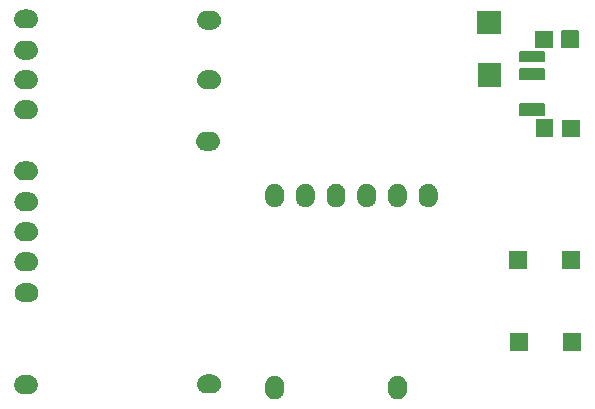
<source format=gbr>
%TF.GenerationSoftware,KiCad,Pcbnew,9.0.3*%
%TF.CreationDate,2025-08-13T01:08:13-07:00*%
%TF.ProjectId,TGslimeblahbal,5447736c-696d-4656-926c-616862616c2e,rev?*%
%TF.SameCoordinates,Original*%
%TF.FileFunction,Soldermask,Top*%
%TF.FilePolarity,Negative*%
%FSLAX46Y46*%
G04 Gerber Fmt 4.6, Leading zero omitted, Abs format (unit mm)*
G04 Created by KiCad (PCBNEW 9.0.3) date 2025-08-13 01:08:13*
%MOMM*%
%LPD*%
G01*
G04 APERTURE LIST*
%ADD10C,0.200000*%
%ADD11C,0.000000*%
G04 APERTURE END LIST*
D10*
X163850000Y-65290000D02*
X165870000Y-65290000D01*
X165870000Y-66180000D01*
X163850000Y-66180000D01*
X163850000Y-65290000D01*
G36*
X163850000Y-65290000D02*
G01*
X165870000Y-65290000D01*
X165870000Y-66180000D01*
X163850000Y-66180000D01*
X163850000Y-65290000D01*
G37*
X163860000Y-62290000D02*
X165870000Y-62290000D01*
X165870000Y-63120000D01*
X163860000Y-63120000D01*
X163860000Y-62290000D01*
G36*
X163860000Y-62290000D02*
G01*
X165870000Y-62290000D01*
X165870000Y-63120000D01*
X163860000Y-63120000D01*
X163860000Y-62290000D01*
G37*
X163850000Y-60810000D02*
X165890000Y-60810000D01*
X165890000Y-61620000D01*
X163850000Y-61620000D01*
X163850000Y-60810000D01*
G36*
X163850000Y-60810000D02*
G01*
X165890000Y-60810000D01*
X165890000Y-61620000D01*
X163850000Y-61620000D01*
X163850000Y-60810000D01*
G37*
D11*
G36*
X137678410Y-67603850D02*
G01*
X137756070Y-67615370D01*
X137832230Y-67634450D01*
X137906150Y-67660900D01*
X137977120Y-67694460D01*
X138044460Y-67734820D01*
X138107510Y-67781590D01*
X138165690Y-67834310D01*
X138218410Y-67892490D01*
X138265180Y-67955540D01*
X138305540Y-68022880D01*
X138339100Y-68093850D01*
X138365550Y-68167770D01*
X138384630Y-68243930D01*
X138396150Y-68321590D01*
X138400000Y-68400000D01*
X138396150Y-68478410D01*
X138384630Y-68556070D01*
X138365550Y-68632230D01*
X138339100Y-68706150D01*
X138305540Y-68777120D01*
X138265180Y-68844460D01*
X138218410Y-68907510D01*
X138165690Y-68965690D01*
X138107510Y-69018410D01*
X138044460Y-69065180D01*
X137977120Y-69105540D01*
X137906150Y-69139100D01*
X137832230Y-69165550D01*
X137756070Y-69184630D01*
X137678410Y-69196150D01*
X137600000Y-69200000D01*
X137400000Y-69200000D01*
X137200000Y-69200000D01*
X137121590Y-69196150D01*
X137043930Y-69184630D01*
X136967770Y-69165550D01*
X136893850Y-69139100D01*
X136822880Y-69105540D01*
X136755540Y-69065180D01*
X136692490Y-69018410D01*
X136634310Y-68965690D01*
X136581590Y-68907510D01*
X136534820Y-68844460D01*
X136494460Y-68777120D01*
X136460900Y-68706150D01*
X136434450Y-68632230D01*
X136415370Y-68556070D01*
X136403850Y-68478410D01*
X136400000Y-68400000D01*
X136403850Y-68321590D01*
X136415370Y-68243930D01*
X136434450Y-68167770D01*
X136460900Y-68093850D01*
X136494460Y-68022880D01*
X136534820Y-67955540D01*
X136581590Y-67892490D01*
X136634310Y-67834310D01*
X136692490Y-67781590D01*
X136755540Y-67734820D01*
X136822880Y-67694460D01*
X136893850Y-67660900D01*
X136967770Y-67634450D01*
X137043930Y-67615370D01*
X137121590Y-67603850D01*
X137200000Y-67600000D01*
X137600000Y-67600000D01*
X137678410Y-67603850D01*
G37*
G36*
X122294434Y-75262704D02*
G01*
X122372094Y-75274224D01*
X122448254Y-75293304D01*
X122522174Y-75319754D01*
X122593144Y-75353314D01*
X122660484Y-75393674D01*
X122723534Y-75440444D01*
X122781714Y-75493164D01*
X122834434Y-75551344D01*
X122881204Y-75614394D01*
X122921564Y-75681734D01*
X122955124Y-75752704D01*
X122981574Y-75826624D01*
X123000654Y-75902784D01*
X123012174Y-75980444D01*
X123016024Y-76058854D01*
X123012174Y-76137264D01*
X123000654Y-76214924D01*
X122981574Y-76291084D01*
X122955124Y-76365004D01*
X122921564Y-76435974D01*
X122881204Y-76503314D01*
X122834434Y-76566364D01*
X122781714Y-76624544D01*
X122723534Y-76677264D01*
X122660484Y-76724034D01*
X122593144Y-76764394D01*
X122522174Y-76797954D01*
X122448254Y-76824404D01*
X122372094Y-76843484D01*
X122294434Y-76855004D01*
X122216024Y-76858854D01*
X122016024Y-76858854D01*
X121816024Y-76858854D01*
X121737614Y-76855004D01*
X121659954Y-76843484D01*
X121583794Y-76824404D01*
X121509874Y-76797954D01*
X121438904Y-76764394D01*
X121371564Y-76724034D01*
X121308514Y-76677264D01*
X121250334Y-76624544D01*
X121197614Y-76566364D01*
X121150844Y-76503314D01*
X121110484Y-76435974D01*
X121076924Y-76365004D01*
X121050474Y-76291084D01*
X121031394Y-76214924D01*
X121019874Y-76137264D01*
X121016024Y-76058854D01*
X121019874Y-75980444D01*
X121031394Y-75902784D01*
X121050474Y-75826624D01*
X121076924Y-75752704D01*
X121110484Y-75681734D01*
X121150844Y-75614394D01*
X121197614Y-75551344D01*
X121250334Y-75493164D01*
X121308514Y-75440444D01*
X121371564Y-75393674D01*
X121438904Y-75353314D01*
X121509874Y-75319754D01*
X121583794Y-75293304D01*
X121659954Y-75274224D01*
X121737614Y-75262704D01*
X121816024Y-75258854D01*
X122216024Y-75258854D01*
X122294434Y-75262704D01*
G37*
G36*
X164450000Y-79232000D02*
G01*
X162926000Y-79232000D01*
X162926000Y-77708000D01*
X164450000Y-77708000D01*
X164450000Y-79232000D01*
G37*
G36*
X122294434Y-75262704D02*
G01*
X122372094Y-75274224D01*
X122448254Y-75293304D01*
X122522174Y-75319754D01*
X122593144Y-75353314D01*
X122660484Y-75393674D01*
X122723534Y-75440444D01*
X122781714Y-75493164D01*
X122834434Y-75551344D01*
X122881204Y-75614394D01*
X122921564Y-75681734D01*
X122955124Y-75752704D01*
X122981574Y-75826624D01*
X123000654Y-75902784D01*
X123012174Y-75980444D01*
X123016024Y-76058854D01*
X123012174Y-76137264D01*
X123000654Y-76214924D01*
X122981574Y-76291084D01*
X122955124Y-76365004D01*
X122921564Y-76435974D01*
X122881204Y-76503314D01*
X122834434Y-76566364D01*
X122781714Y-76624544D01*
X122723534Y-76677264D01*
X122660484Y-76724034D01*
X122593144Y-76764394D01*
X122522174Y-76797954D01*
X122448254Y-76824404D01*
X122372094Y-76843484D01*
X122294434Y-76855004D01*
X122216024Y-76858854D01*
X122016024Y-76858854D01*
X121816024Y-76858854D01*
X121737614Y-76855004D01*
X121659954Y-76843484D01*
X121583794Y-76824404D01*
X121509874Y-76797954D01*
X121438904Y-76764394D01*
X121371564Y-76724034D01*
X121308514Y-76677264D01*
X121250334Y-76624544D01*
X121197614Y-76566364D01*
X121150844Y-76503314D01*
X121110484Y-76435974D01*
X121076924Y-76365004D01*
X121050474Y-76291084D01*
X121031394Y-76214924D01*
X121019874Y-76137264D01*
X121016024Y-76058854D01*
X121019874Y-75980444D01*
X121031394Y-75902784D01*
X121050474Y-75826624D01*
X121076924Y-75752704D01*
X121110484Y-75681734D01*
X121150844Y-75614394D01*
X121197614Y-75551344D01*
X121250334Y-75493164D01*
X121308514Y-75440444D01*
X121371564Y-75393674D01*
X121438904Y-75353314D01*
X121509874Y-75319754D01*
X121583794Y-75293304D01*
X121659954Y-75274224D01*
X121737614Y-75262704D01*
X121816024Y-75258854D01*
X122216024Y-75258854D01*
X122294434Y-75262704D01*
G37*
G36*
X168698000Y-59020575D02*
G01*
X168707900Y-59022045D01*
X168717610Y-59024475D01*
X168727030Y-59027845D01*
X168736080Y-59032125D01*
X168744670Y-59037275D01*
X168752710Y-59043235D01*
X168760120Y-59049965D01*
X168766850Y-59057375D01*
X168772810Y-59065415D01*
X168777960Y-59074005D01*
X168782240Y-59083055D01*
X168785610Y-59092475D01*
X168788040Y-59102185D01*
X168789510Y-59112085D01*
X168790000Y-59122085D01*
X168790000Y-60430085D01*
X168789510Y-60440085D01*
X168788040Y-60449985D01*
X168785610Y-60459695D01*
X168782240Y-60469115D01*
X168777960Y-60478165D01*
X168772810Y-60486755D01*
X168766850Y-60494795D01*
X168760120Y-60502205D01*
X168752710Y-60508935D01*
X168744670Y-60514895D01*
X168736080Y-60520045D01*
X168727030Y-60524325D01*
X168717610Y-60527695D01*
X168707900Y-60530125D01*
X168698000Y-60531595D01*
X168688000Y-60532085D01*
X167380000Y-60532085D01*
X167370000Y-60531595D01*
X167360100Y-60530125D01*
X167350390Y-60527695D01*
X167340970Y-60524325D01*
X167331920Y-60520045D01*
X167323330Y-60514895D01*
X167315290Y-60508935D01*
X167307880Y-60502205D01*
X167301150Y-60494795D01*
X167295190Y-60486755D01*
X167290040Y-60478165D01*
X167285760Y-60469115D01*
X167282390Y-60459695D01*
X167279960Y-60449985D01*
X167278490Y-60440085D01*
X167278000Y-60430085D01*
X167278000Y-59122085D01*
X167278490Y-59112085D01*
X167279960Y-59102185D01*
X167282390Y-59092475D01*
X167285760Y-59083055D01*
X167290040Y-59074005D01*
X167295190Y-59065415D01*
X167301150Y-59057375D01*
X167307880Y-59049965D01*
X167315290Y-59043235D01*
X167323330Y-59037275D01*
X167331920Y-59032125D01*
X167340970Y-59027845D01*
X167350390Y-59024475D01*
X167360100Y-59022045D01*
X167370000Y-59020575D01*
X167380000Y-59020085D01*
X168688000Y-59020085D01*
X168698000Y-59020575D01*
G37*
G36*
X122274434Y-59892704D02*
G01*
X122352094Y-59904224D01*
X122428254Y-59923304D01*
X122502174Y-59949754D01*
X122573144Y-59983314D01*
X122640484Y-60023674D01*
X122703534Y-60070444D01*
X122761714Y-60123164D01*
X122814434Y-60181344D01*
X122861204Y-60244394D01*
X122901564Y-60311734D01*
X122935124Y-60382704D01*
X122961574Y-60456624D01*
X122980654Y-60532784D01*
X122992174Y-60610444D01*
X122996024Y-60688854D01*
X122992174Y-60767264D01*
X122980654Y-60844924D01*
X122961574Y-60921084D01*
X122935124Y-60995004D01*
X122901564Y-61065974D01*
X122861204Y-61133314D01*
X122814434Y-61196364D01*
X122761714Y-61254544D01*
X122703534Y-61307264D01*
X122640484Y-61354034D01*
X122573144Y-61394394D01*
X122502174Y-61427954D01*
X122428254Y-61454404D01*
X122352094Y-61473484D01*
X122274434Y-61485004D01*
X122196024Y-61488854D01*
X121996024Y-61488854D01*
X121796024Y-61488854D01*
X121717614Y-61485004D01*
X121639954Y-61473484D01*
X121563794Y-61454404D01*
X121489874Y-61427954D01*
X121418904Y-61394394D01*
X121351564Y-61354034D01*
X121288514Y-61307264D01*
X121230334Y-61254544D01*
X121177614Y-61196364D01*
X121130844Y-61133314D01*
X121090484Y-61065974D01*
X121056924Y-60995004D01*
X121030474Y-60921084D01*
X121011394Y-60844924D01*
X120999874Y-60767264D01*
X120996024Y-60688854D01*
X120999874Y-60610444D01*
X121011394Y-60532784D01*
X121030474Y-60456624D01*
X121056924Y-60382704D01*
X121090484Y-60311734D01*
X121130844Y-60244394D01*
X121177614Y-60181344D01*
X121230334Y-60123164D01*
X121288514Y-60070444D01*
X121351564Y-60023674D01*
X121418904Y-59983314D01*
X121489874Y-59949754D01*
X121563794Y-59923304D01*
X121639954Y-59904224D01*
X121717614Y-59892704D01*
X121796024Y-59888854D01*
X122196024Y-59888854D01*
X122274434Y-59892704D01*
G37*
G36*
X162210000Y-59340000D02*
G01*
X160210000Y-59340000D01*
X160210000Y-57340000D01*
X162210000Y-57340000D01*
X162210000Y-59340000D01*
G37*
G36*
X166508000Y-59040575D02*
G01*
X166517900Y-59042045D01*
X166527610Y-59044475D01*
X166537030Y-59047845D01*
X166546080Y-59052125D01*
X166554670Y-59057275D01*
X166562710Y-59063235D01*
X166570120Y-59069965D01*
X166576850Y-59077375D01*
X166582810Y-59085415D01*
X166587960Y-59094005D01*
X166592240Y-59103055D01*
X166595610Y-59112475D01*
X166598040Y-59122185D01*
X166599510Y-59132085D01*
X166600000Y-59142085D01*
X166600000Y-60450085D01*
X166599510Y-60460085D01*
X166598040Y-60469985D01*
X166595610Y-60479695D01*
X166592240Y-60489115D01*
X166587960Y-60498165D01*
X166582810Y-60506755D01*
X166576850Y-60514795D01*
X166570120Y-60522205D01*
X166562710Y-60528935D01*
X166554670Y-60534895D01*
X166546080Y-60540045D01*
X166537030Y-60544325D01*
X166527610Y-60547695D01*
X166517900Y-60550125D01*
X166508000Y-60551595D01*
X166498000Y-60552085D01*
X165190000Y-60552085D01*
X165180000Y-60551595D01*
X165170100Y-60550125D01*
X165160390Y-60547695D01*
X165150970Y-60544325D01*
X165141920Y-60540045D01*
X165133330Y-60534895D01*
X165125290Y-60528935D01*
X165117880Y-60522205D01*
X165111150Y-60514795D01*
X165105190Y-60506755D01*
X165100040Y-60498165D01*
X165095760Y-60489115D01*
X165092390Y-60479695D01*
X165089960Y-60469985D01*
X165088490Y-60460085D01*
X165088000Y-60450085D01*
X165088000Y-59142085D01*
X165088490Y-59132085D01*
X165089960Y-59122185D01*
X165092390Y-59112475D01*
X165095760Y-59103055D01*
X165100040Y-59094005D01*
X165105190Y-59085415D01*
X165111150Y-59077375D01*
X165117880Y-59069965D01*
X165125290Y-59063235D01*
X165133330Y-59057275D01*
X165141920Y-59052125D01*
X165150970Y-59047845D01*
X165160390Y-59044475D01*
X165170100Y-59042045D01*
X165180000Y-59040575D01*
X165190000Y-59040085D01*
X166498000Y-59040085D01*
X166508000Y-59040575D01*
G37*
G36*
X166558000Y-66560575D02*
G01*
X166567900Y-66562045D01*
X166577610Y-66564475D01*
X166587030Y-66567845D01*
X166596080Y-66572125D01*
X166604670Y-66577275D01*
X166612710Y-66583235D01*
X166620120Y-66589965D01*
X166626850Y-66597375D01*
X166632810Y-66605415D01*
X166637960Y-66614005D01*
X166642240Y-66623055D01*
X166645610Y-66632475D01*
X166648040Y-66642185D01*
X166649510Y-66652085D01*
X166650000Y-66662085D01*
X166650000Y-67970085D01*
X166649510Y-67980085D01*
X166648040Y-67989985D01*
X166645610Y-67999695D01*
X166642240Y-68009115D01*
X166637960Y-68018165D01*
X166632810Y-68026755D01*
X166626850Y-68034795D01*
X166620120Y-68042205D01*
X166612710Y-68048935D01*
X166604670Y-68054895D01*
X166596080Y-68060045D01*
X166587030Y-68064325D01*
X166577610Y-68067695D01*
X166567900Y-68070125D01*
X166558000Y-68071595D01*
X166548000Y-68072085D01*
X165240000Y-68072085D01*
X165230000Y-68071595D01*
X165220100Y-68070125D01*
X165210390Y-68067695D01*
X165200970Y-68064325D01*
X165191920Y-68060045D01*
X165183330Y-68054895D01*
X165175290Y-68048935D01*
X165167880Y-68042205D01*
X165161150Y-68034795D01*
X165155190Y-68026755D01*
X165150040Y-68018165D01*
X165145760Y-68009115D01*
X165142390Y-67999695D01*
X165139960Y-67989985D01*
X165138490Y-67980085D01*
X165138000Y-67970085D01*
X165138000Y-66662085D01*
X165138490Y-66652085D01*
X165139960Y-66642185D01*
X165142390Y-66632475D01*
X165145760Y-66623055D01*
X165150040Y-66614005D01*
X165155190Y-66605415D01*
X165161150Y-66597375D01*
X165167880Y-66589965D01*
X165175290Y-66583235D01*
X165183330Y-66577275D01*
X165191920Y-66572125D01*
X165200970Y-66567845D01*
X165210390Y-66564475D01*
X165220100Y-66562045D01*
X165230000Y-66560575D01*
X165240000Y-66560085D01*
X166548000Y-66560085D01*
X166558000Y-66560575D01*
G37*
G36*
X137778410Y-57353850D02*
G01*
X137856070Y-57365370D01*
X137932230Y-57384450D01*
X138006150Y-57410900D01*
X138077120Y-57444460D01*
X138144460Y-57484820D01*
X138207510Y-57531590D01*
X138265690Y-57584310D01*
X138318410Y-57642490D01*
X138365180Y-57705540D01*
X138405540Y-57772880D01*
X138439100Y-57843850D01*
X138465550Y-57917770D01*
X138484630Y-57993930D01*
X138496150Y-58071590D01*
X138500000Y-58150000D01*
X138496150Y-58228410D01*
X138484630Y-58306070D01*
X138465550Y-58382230D01*
X138439100Y-58456150D01*
X138405540Y-58527120D01*
X138365180Y-58594460D01*
X138318410Y-58657510D01*
X138265690Y-58715690D01*
X138207510Y-58768410D01*
X138144460Y-58815180D01*
X138077120Y-58855540D01*
X138006150Y-58889100D01*
X137932230Y-58915550D01*
X137856070Y-58934630D01*
X137778410Y-58946150D01*
X137700000Y-58950000D01*
X137500000Y-58950000D01*
X137300000Y-58950000D01*
X137221590Y-58946150D01*
X137143930Y-58934630D01*
X137067770Y-58915550D01*
X136993850Y-58889100D01*
X136922880Y-58855540D01*
X136855540Y-58815180D01*
X136792490Y-58768410D01*
X136734310Y-58715690D01*
X136681590Y-58657510D01*
X136634820Y-58594460D01*
X136594460Y-58527120D01*
X136560900Y-58456150D01*
X136534450Y-58382230D01*
X136515370Y-58306070D01*
X136503850Y-58228410D01*
X136500000Y-58150000D01*
X136503850Y-58071590D01*
X136515370Y-57993930D01*
X136534450Y-57917770D01*
X136560900Y-57843850D01*
X136594460Y-57772880D01*
X136634820Y-57705540D01*
X136681590Y-57642490D01*
X136734310Y-57584310D01*
X136792490Y-57531590D01*
X136855540Y-57484820D01*
X136922880Y-57444460D01*
X136993850Y-57410900D01*
X137067770Y-57384450D01*
X137143930Y-57365370D01*
X137221590Y-57353850D01*
X137300000Y-57350000D01*
X137700000Y-57350000D01*
X137778410Y-57353850D01*
G37*
G36*
X122274434Y-70112704D02*
G01*
X122352094Y-70124224D01*
X122428254Y-70143304D01*
X122502174Y-70169754D01*
X122573144Y-70203314D01*
X122640484Y-70243674D01*
X122703534Y-70290444D01*
X122761714Y-70343164D01*
X122814434Y-70401344D01*
X122861204Y-70464394D01*
X122901564Y-70531734D01*
X122935124Y-70602704D01*
X122961574Y-70676624D01*
X122980654Y-70752784D01*
X122992174Y-70830444D01*
X122996024Y-70908854D01*
X122992174Y-70987264D01*
X122980654Y-71064924D01*
X122961574Y-71141084D01*
X122935124Y-71215004D01*
X122901564Y-71285974D01*
X122861204Y-71353314D01*
X122814434Y-71416364D01*
X122761714Y-71474544D01*
X122703534Y-71527264D01*
X122640484Y-71574034D01*
X122573144Y-71614394D01*
X122502174Y-71647954D01*
X122428254Y-71674404D01*
X122352094Y-71693484D01*
X122274434Y-71705004D01*
X122196024Y-71708854D01*
X121996024Y-71708854D01*
X121796024Y-71708854D01*
X121717614Y-71705004D01*
X121639954Y-71693484D01*
X121563794Y-71674404D01*
X121489874Y-71647954D01*
X121418904Y-71614394D01*
X121351564Y-71574034D01*
X121288514Y-71527264D01*
X121230334Y-71474544D01*
X121177614Y-71416364D01*
X121130844Y-71353314D01*
X121090484Y-71285974D01*
X121056924Y-71215004D01*
X121030474Y-71141084D01*
X121011394Y-71064924D01*
X120999874Y-70987264D01*
X120996024Y-70908854D01*
X120999874Y-70830444D01*
X121011394Y-70752784D01*
X121030474Y-70676624D01*
X121056924Y-70602704D01*
X121090484Y-70531734D01*
X121130844Y-70464394D01*
X121177614Y-70401344D01*
X121230334Y-70343164D01*
X121288514Y-70290444D01*
X121351564Y-70243674D01*
X121418904Y-70203314D01*
X121489874Y-70169754D01*
X121563794Y-70143304D01*
X121639954Y-70124224D01*
X121717614Y-70112704D01*
X121796024Y-70108854D01*
X122196024Y-70108854D01*
X122274434Y-70112704D01*
G37*
G36*
X150922260Y-71992950D02*
G01*
X150999920Y-72004470D01*
X151076080Y-72023550D01*
X151150000Y-72050000D01*
X151220970Y-72083560D01*
X151288310Y-72123920D01*
X151351360Y-72170690D01*
X151409540Y-72223410D01*
X151462260Y-72281590D01*
X151509030Y-72344640D01*
X151549390Y-72411980D01*
X151582950Y-72482950D01*
X151609400Y-72556870D01*
X151628480Y-72633030D01*
X151640000Y-72710690D01*
X151643850Y-72789100D01*
X151643850Y-73189100D01*
X151640000Y-73267510D01*
X151628480Y-73345170D01*
X151609400Y-73421330D01*
X151582950Y-73495250D01*
X151549390Y-73566220D01*
X151509030Y-73633560D01*
X151462260Y-73696610D01*
X151409540Y-73754790D01*
X151351360Y-73807510D01*
X151288310Y-73854280D01*
X151220970Y-73894640D01*
X151150000Y-73928200D01*
X151076080Y-73954650D01*
X150999920Y-73973730D01*
X150922260Y-73985250D01*
X150843850Y-73989100D01*
X150765440Y-73985250D01*
X150687780Y-73973730D01*
X150611620Y-73954650D01*
X150537700Y-73928200D01*
X150466730Y-73894640D01*
X150399390Y-73854280D01*
X150336340Y-73807510D01*
X150278160Y-73754790D01*
X150225440Y-73696610D01*
X150178670Y-73633560D01*
X150138310Y-73566220D01*
X150104750Y-73495250D01*
X150078300Y-73421330D01*
X150059220Y-73345170D01*
X150047700Y-73267510D01*
X150043850Y-73189100D01*
X150043850Y-72989100D01*
X150043850Y-72789100D01*
X150047700Y-72710690D01*
X150059220Y-72633030D01*
X150078300Y-72556870D01*
X150104750Y-72482950D01*
X150138310Y-72411980D01*
X150178670Y-72344640D01*
X150225440Y-72281590D01*
X150278160Y-72223410D01*
X150336340Y-72170690D01*
X150399390Y-72123920D01*
X150466730Y-72083560D01*
X150537700Y-72050000D01*
X150611620Y-72023550D01*
X150687780Y-72004470D01*
X150765440Y-71992950D01*
X150843850Y-71989100D01*
X150922260Y-71992950D01*
G37*
G36*
X122318284Y-80421114D02*
G01*
X122395944Y-80432634D01*
X122472104Y-80451714D01*
X122546024Y-80478164D01*
X122616994Y-80511724D01*
X122684334Y-80552084D01*
X122747384Y-80598854D01*
X122805564Y-80651574D01*
X122858284Y-80709754D01*
X122905054Y-80772804D01*
X122945414Y-80840144D01*
X122978974Y-80911114D01*
X123005424Y-80985034D01*
X123024504Y-81061194D01*
X123036024Y-81138854D01*
X123039874Y-81217264D01*
X123036024Y-81295674D01*
X123024504Y-81373334D01*
X123005424Y-81449494D01*
X122978974Y-81523414D01*
X122945414Y-81594384D01*
X122905054Y-81661724D01*
X122858284Y-81724774D01*
X122805564Y-81782954D01*
X122747384Y-81835674D01*
X122684334Y-81882444D01*
X122616994Y-81922804D01*
X122546024Y-81956364D01*
X122472104Y-81982814D01*
X122395944Y-82001894D01*
X122318284Y-82013414D01*
X122239874Y-82017264D01*
X122039874Y-82017264D01*
X121839874Y-82017264D01*
X121761464Y-82013414D01*
X121683804Y-82001894D01*
X121607644Y-81982814D01*
X121533724Y-81956364D01*
X121462754Y-81922804D01*
X121395414Y-81882444D01*
X121332364Y-81835674D01*
X121274184Y-81782954D01*
X121221464Y-81724774D01*
X121174694Y-81661724D01*
X121134334Y-81594384D01*
X121100774Y-81523414D01*
X121074324Y-81449494D01*
X121055244Y-81373334D01*
X121043724Y-81295674D01*
X121039874Y-81217264D01*
X121043724Y-81138854D01*
X121055244Y-81061194D01*
X121074324Y-80985034D01*
X121100774Y-80911114D01*
X121134334Y-80840144D01*
X121174694Y-80772804D01*
X121221464Y-80709754D01*
X121274184Y-80651574D01*
X121332364Y-80598854D01*
X121395414Y-80552084D01*
X121462754Y-80511724D01*
X121533724Y-80478164D01*
X121607644Y-80451714D01*
X121683804Y-80432634D01*
X121761464Y-80421114D01*
X121839874Y-80417264D01*
X122239874Y-80417264D01*
X122318284Y-80421114D01*
G37*
G36*
X122274434Y-57252704D02*
G01*
X122352094Y-57264224D01*
X122428254Y-57283304D01*
X122502174Y-57309754D01*
X122573144Y-57343314D01*
X122640484Y-57383674D01*
X122703534Y-57430444D01*
X122761714Y-57483164D01*
X122814434Y-57541344D01*
X122861204Y-57604394D01*
X122901564Y-57671734D01*
X122935124Y-57742704D01*
X122961574Y-57816624D01*
X122980654Y-57892784D01*
X122992174Y-57970444D01*
X122996024Y-58048854D01*
X122992174Y-58127264D01*
X122980654Y-58204924D01*
X122961574Y-58281084D01*
X122935124Y-58355004D01*
X122901564Y-58425974D01*
X122861204Y-58493314D01*
X122814434Y-58556364D01*
X122761714Y-58614544D01*
X122703534Y-58667264D01*
X122640484Y-58714034D01*
X122573144Y-58754394D01*
X122502174Y-58787954D01*
X122428254Y-58814404D01*
X122352094Y-58833484D01*
X122274434Y-58845004D01*
X122196024Y-58848854D01*
X121996024Y-58848854D01*
X121796024Y-58848854D01*
X121717614Y-58845004D01*
X121639954Y-58833484D01*
X121563794Y-58814404D01*
X121489874Y-58787954D01*
X121418904Y-58754394D01*
X121351564Y-58714034D01*
X121288514Y-58667264D01*
X121230334Y-58614544D01*
X121177614Y-58556364D01*
X121130844Y-58493314D01*
X121090484Y-58425974D01*
X121056924Y-58355004D01*
X121030474Y-58281084D01*
X121011394Y-58204924D01*
X120999874Y-58127264D01*
X120996024Y-58048854D01*
X120999874Y-57970444D01*
X121011394Y-57892784D01*
X121030474Y-57816624D01*
X121056924Y-57742704D01*
X121090484Y-57671734D01*
X121130844Y-57604394D01*
X121177614Y-57541344D01*
X121230334Y-57483164D01*
X121288514Y-57430444D01*
X121351564Y-57383674D01*
X121418904Y-57343314D01*
X121489874Y-57309754D01*
X121563794Y-57283304D01*
X121639954Y-57264224D01*
X121717614Y-57252704D01*
X121796024Y-57248854D01*
X122196024Y-57248854D01*
X122274434Y-57252704D01*
G37*
G36*
X137778410Y-88153850D02*
G01*
X137856070Y-88165370D01*
X137932230Y-88184450D01*
X138006150Y-88210900D01*
X138077120Y-88244460D01*
X138144460Y-88284820D01*
X138207510Y-88331590D01*
X138265690Y-88384310D01*
X138318410Y-88442490D01*
X138365180Y-88505540D01*
X138405540Y-88572880D01*
X138439100Y-88643850D01*
X138465550Y-88717770D01*
X138484630Y-88793930D01*
X138496150Y-88871590D01*
X138500000Y-88950000D01*
X138496150Y-89028410D01*
X138484630Y-89106070D01*
X138465550Y-89182230D01*
X138439100Y-89256150D01*
X138405540Y-89327120D01*
X138365180Y-89394460D01*
X138318410Y-89457510D01*
X138265690Y-89515690D01*
X138207510Y-89568410D01*
X138144460Y-89615180D01*
X138077120Y-89655540D01*
X138006150Y-89689100D01*
X137932230Y-89715550D01*
X137856070Y-89734630D01*
X137778410Y-89746150D01*
X137700000Y-89750000D01*
X137500000Y-89750000D01*
X137300000Y-89750000D01*
X137221590Y-89746150D01*
X137143930Y-89734630D01*
X137067770Y-89715550D01*
X136993850Y-89689100D01*
X136922880Y-89655540D01*
X136855540Y-89615180D01*
X136792490Y-89568410D01*
X136734310Y-89515690D01*
X136681590Y-89457510D01*
X136634820Y-89394460D01*
X136594460Y-89327120D01*
X136560900Y-89256150D01*
X136534450Y-89182230D01*
X136515370Y-89106070D01*
X136503850Y-89028410D01*
X136500000Y-88950000D01*
X136503850Y-88871590D01*
X136515370Y-88793930D01*
X136534450Y-88717770D01*
X136560900Y-88643850D01*
X136594460Y-88572880D01*
X136634820Y-88505540D01*
X136681590Y-88442490D01*
X136734310Y-88384310D01*
X136792490Y-88331590D01*
X136855540Y-88284820D01*
X136922880Y-88244460D01*
X136993850Y-88210900D01*
X137067770Y-88184450D01*
X137143930Y-88165370D01*
X137221590Y-88153850D01*
X137300000Y-88150000D01*
X137700000Y-88150000D01*
X137778410Y-88153850D01*
G37*
G36*
X122274434Y-64932704D02*
G01*
X122352094Y-64944224D01*
X122428254Y-64963304D01*
X122502174Y-64989754D01*
X122573144Y-65023314D01*
X122640484Y-65063674D01*
X122703534Y-65110444D01*
X122761714Y-65163164D01*
X122814434Y-65221344D01*
X122861204Y-65284394D01*
X122901564Y-65351734D01*
X122935124Y-65422704D01*
X122961574Y-65496624D01*
X122980654Y-65572784D01*
X122992174Y-65650444D01*
X122996024Y-65728854D01*
X122992174Y-65807264D01*
X122980654Y-65884924D01*
X122961574Y-65961084D01*
X122935124Y-66035004D01*
X122901564Y-66105974D01*
X122861204Y-66173314D01*
X122814434Y-66236364D01*
X122761714Y-66294544D01*
X122703534Y-66347264D01*
X122640484Y-66394034D01*
X122573144Y-66434394D01*
X122502174Y-66467954D01*
X122428254Y-66494404D01*
X122352094Y-66513484D01*
X122274434Y-66525004D01*
X122196024Y-66528854D01*
X121996024Y-66528854D01*
X121796024Y-66528854D01*
X121717614Y-66525004D01*
X121639954Y-66513484D01*
X121563794Y-66494404D01*
X121489874Y-66467954D01*
X121418904Y-66434394D01*
X121351564Y-66394034D01*
X121288514Y-66347264D01*
X121230334Y-66294544D01*
X121177614Y-66236364D01*
X121130844Y-66173314D01*
X121090484Y-66105974D01*
X121056924Y-66035004D01*
X121030474Y-65961084D01*
X121011394Y-65884924D01*
X120999874Y-65807264D01*
X120996024Y-65728854D01*
X120999874Y-65650444D01*
X121011394Y-65572784D01*
X121030474Y-65496624D01*
X121056924Y-65422704D01*
X121090484Y-65351734D01*
X121130844Y-65284394D01*
X121177614Y-65221344D01*
X121230334Y-65163164D01*
X121288514Y-65110444D01*
X121351564Y-65063674D01*
X121418904Y-65023314D01*
X121489874Y-64989754D01*
X121563794Y-64963304D01*
X121639954Y-64944224D01*
X121717614Y-64932704D01*
X121796024Y-64928854D01*
X122196024Y-64928854D01*
X122274434Y-64932704D01*
G37*
G36*
X162230000Y-63820000D02*
G01*
X160230000Y-63820000D01*
X160230000Y-61820000D01*
X162230000Y-61820000D01*
X162230000Y-63820000D01*
G37*
G36*
X164500000Y-86132000D02*
G01*
X162976000Y-86132000D01*
X162976000Y-84608000D01*
X164500000Y-84608000D01*
X164500000Y-86132000D01*
G37*
G36*
X168900000Y-79182000D02*
G01*
X167376000Y-79182000D01*
X167376000Y-77658000D01*
X168900000Y-77658000D01*
X168900000Y-79182000D01*
G37*
G36*
X143128410Y-88253850D02*
G01*
X143206070Y-88265370D01*
X143282230Y-88284450D01*
X143356150Y-88310900D01*
X143427120Y-88344460D01*
X143494460Y-88384820D01*
X143557510Y-88431590D01*
X143615690Y-88484310D01*
X143668410Y-88542490D01*
X143715180Y-88605540D01*
X143755540Y-88672880D01*
X143789100Y-88743850D01*
X143815550Y-88817770D01*
X143834630Y-88893930D01*
X143846150Y-88971590D01*
X143850000Y-89050000D01*
X143850000Y-89450000D01*
X143846150Y-89528410D01*
X143834630Y-89606070D01*
X143815550Y-89682230D01*
X143789100Y-89756150D01*
X143755540Y-89827120D01*
X143715180Y-89894460D01*
X143668410Y-89957510D01*
X143615690Y-90015690D01*
X143557510Y-90068410D01*
X143494460Y-90115180D01*
X143427120Y-90155540D01*
X143356150Y-90189100D01*
X143282230Y-90215550D01*
X143206070Y-90234630D01*
X143128410Y-90246150D01*
X143050000Y-90250000D01*
X142971590Y-90246150D01*
X142893930Y-90234630D01*
X142817770Y-90215550D01*
X142743850Y-90189100D01*
X142672880Y-90155540D01*
X142605540Y-90115180D01*
X142542490Y-90068410D01*
X142484310Y-90015690D01*
X142431590Y-89957510D01*
X142384820Y-89894460D01*
X142344460Y-89827120D01*
X142310900Y-89756150D01*
X142284450Y-89682230D01*
X142265370Y-89606070D01*
X142253850Y-89528410D01*
X142250000Y-89450000D01*
X142250000Y-89250000D01*
X142250000Y-89050000D01*
X142253850Y-88971590D01*
X142265370Y-88893930D01*
X142284450Y-88817770D01*
X142310900Y-88743850D01*
X142344460Y-88672880D01*
X142384820Y-88605540D01*
X142431590Y-88542490D01*
X142484310Y-88484310D01*
X142542490Y-88431590D01*
X142605540Y-88384820D01*
X142672880Y-88344460D01*
X142743850Y-88310900D01*
X142817770Y-88284450D01*
X142893930Y-88265370D01*
X142971590Y-88253850D01*
X143050000Y-88250000D01*
X143128410Y-88253850D01*
G37*
G36*
X168950000Y-86182000D02*
G01*
X167426000Y-86182000D01*
X167426000Y-84658000D01*
X168950000Y-84658000D01*
X168950000Y-86182000D01*
G37*
G36*
X153522260Y-71992950D02*
G01*
X153599920Y-72004470D01*
X153676080Y-72023550D01*
X153750000Y-72050000D01*
X153820970Y-72083560D01*
X153888310Y-72123920D01*
X153951360Y-72170690D01*
X154009540Y-72223410D01*
X154062260Y-72281590D01*
X154109030Y-72344640D01*
X154149390Y-72411980D01*
X154182950Y-72482950D01*
X154209400Y-72556870D01*
X154228480Y-72633030D01*
X154240000Y-72710690D01*
X154243850Y-72789100D01*
X154243850Y-73189100D01*
X154240000Y-73267510D01*
X154228480Y-73345170D01*
X154209400Y-73421330D01*
X154182950Y-73495250D01*
X154149390Y-73566220D01*
X154109030Y-73633560D01*
X154062260Y-73696610D01*
X154009540Y-73754790D01*
X153951360Y-73807510D01*
X153888310Y-73854280D01*
X153820970Y-73894640D01*
X153750000Y-73928200D01*
X153676080Y-73954650D01*
X153599920Y-73973730D01*
X153522260Y-73985250D01*
X153443850Y-73989100D01*
X153365440Y-73985250D01*
X153287780Y-73973730D01*
X153211620Y-73954650D01*
X153137700Y-73928200D01*
X153066730Y-73894640D01*
X152999390Y-73854280D01*
X152936340Y-73807510D01*
X152878160Y-73754790D01*
X152825440Y-73696610D01*
X152778670Y-73633560D01*
X152738310Y-73566220D01*
X152704750Y-73495250D01*
X152678300Y-73421330D01*
X152659220Y-73345170D01*
X152647700Y-73267510D01*
X152643850Y-73189100D01*
X152643850Y-72989100D01*
X152643850Y-72789100D01*
X152647700Y-72710690D01*
X152659220Y-72633030D01*
X152678300Y-72556870D01*
X152704750Y-72482950D01*
X152738310Y-72411980D01*
X152778670Y-72344640D01*
X152825440Y-72281590D01*
X152878160Y-72223410D01*
X152936340Y-72170690D01*
X152999390Y-72123920D01*
X153066730Y-72083560D01*
X153137700Y-72050000D01*
X153211620Y-72023550D01*
X153287780Y-72004470D01*
X153365440Y-71992950D01*
X153443850Y-71989100D01*
X153522260Y-71992950D01*
G37*
G36*
X153528410Y-88253850D02*
G01*
X153606070Y-88265370D01*
X153682230Y-88284450D01*
X153756150Y-88310900D01*
X153827120Y-88344460D01*
X153894460Y-88384820D01*
X153957510Y-88431590D01*
X154015690Y-88484310D01*
X154068410Y-88542490D01*
X154115180Y-88605540D01*
X154155540Y-88672880D01*
X154189100Y-88743850D01*
X154215550Y-88817770D01*
X154234630Y-88893930D01*
X154246150Y-88971590D01*
X154250000Y-89050000D01*
X154250000Y-89450000D01*
X154246150Y-89528410D01*
X154234630Y-89606070D01*
X154215550Y-89682230D01*
X154189100Y-89756150D01*
X154155540Y-89827120D01*
X154115180Y-89894460D01*
X154068410Y-89957510D01*
X154015690Y-90015690D01*
X153957510Y-90068410D01*
X153894460Y-90115180D01*
X153827120Y-90155540D01*
X153756150Y-90189100D01*
X153682230Y-90215550D01*
X153606070Y-90234630D01*
X153528410Y-90246150D01*
X153450000Y-90250000D01*
X153371590Y-90246150D01*
X153293930Y-90234630D01*
X153217770Y-90215550D01*
X153143850Y-90189100D01*
X153072880Y-90155540D01*
X153005540Y-90115180D01*
X152942490Y-90068410D01*
X152884310Y-90015690D01*
X152831590Y-89957510D01*
X152784820Y-89894460D01*
X152744460Y-89827120D01*
X152710900Y-89756150D01*
X152684450Y-89682230D01*
X152665370Y-89606070D01*
X152653850Y-89528410D01*
X152650000Y-89450000D01*
X152650000Y-89250000D01*
X152650000Y-89050000D01*
X152653850Y-88971590D01*
X152665370Y-88893930D01*
X152684450Y-88817770D01*
X152710900Y-88743850D01*
X152744460Y-88672880D01*
X152784820Y-88605540D01*
X152831590Y-88542490D01*
X152884310Y-88484310D01*
X152942490Y-88431590D01*
X153005540Y-88384820D01*
X153072880Y-88344460D01*
X153143850Y-88310900D01*
X153217770Y-88284450D01*
X153293930Y-88265370D01*
X153371590Y-88253850D01*
X153450000Y-88250000D01*
X153528410Y-88253850D01*
G37*
G36*
X148322260Y-71992950D02*
G01*
X148399920Y-72004470D01*
X148476080Y-72023550D01*
X148550000Y-72050000D01*
X148620970Y-72083560D01*
X148688310Y-72123920D01*
X148751360Y-72170690D01*
X148809540Y-72223410D01*
X148862260Y-72281590D01*
X148909030Y-72344640D01*
X148949390Y-72411980D01*
X148982950Y-72482950D01*
X149009400Y-72556870D01*
X149028480Y-72633030D01*
X149040000Y-72710690D01*
X149043850Y-72789100D01*
X149043850Y-73189100D01*
X149040000Y-73267510D01*
X149028480Y-73345170D01*
X149009400Y-73421330D01*
X148982950Y-73495250D01*
X148949390Y-73566220D01*
X148909030Y-73633560D01*
X148862260Y-73696610D01*
X148809540Y-73754790D01*
X148751360Y-73807510D01*
X148688310Y-73854280D01*
X148620970Y-73894640D01*
X148550000Y-73928200D01*
X148476080Y-73954650D01*
X148399920Y-73973730D01*
X148322260Y-73985250D01*
X148243850Y-73989100D01*
X148165440Y-73985250D01*
X148087780Y-73973730D01*
X148011620Y-73954650D01*
X147937700Y-73928200D01*
X147866730Y-73894640D01*
X147799390Y-73854280D01*
X147736340Y-73807510D01*
X147678160Y-73754790D01*
X147625440Y-73696610D01*
X147578670Y-73633560D01*
X147538310Y-73566220D01*
X147504750Y-73495250D01*
X147478300Y-73421330D01*
X147459220Y-73345170D01*
X147447700Y-73267510D01*
X147443850Y-73189100D01*
X147443850Y-72989100D01*
X147443850Y-72789100D01*
X147447700Y-72710690D01*
X147459220Y-72633030D01*
X147478300Y-72556870D01*
X147504750Y-72482950D01*
X147538310Y-72411980D01*
X147578670Y-72344640D01*
X147625440Y-72281590D01*
X147678160Y-72223410D01*
X147736340Y-72170690D01*
X147799390Y-72123920D01*
X147866730Y-72083560D01*
X147937700Y-72050000D01*
X148011620Y-72023550D01*
X148087780Y-72004470D01*
X148165440Y-71992950D01*
X148243850Y-71989100D01*
X148322260Y-71992950D01*
G37*
G36*
X145722260Y-71992950D02*
G01*
X145799920Y-72004470D01*
X145876080Y-72023550D01*
X145950000Y-72050000D01*
X146020970Y-72083560D01*
X146088310Y-72123920D01*
X146151360Y-72170690D01*
X146209540Y-72223410D01*
X146262260Y-72281590D01*
X146309030Y-72344640D01*
X146349390Y-72411980D01*
X146382950Y-72482950D01*
X146409400Y-72556870D01*
X146428480Y-72633030D01*
X146440000Y-72710690D01*
X146443850Y-72789100D01*
X146443850Y-73189100D01*
X146440000Y-73267510D01*
X146428480Y-73345170D01*
X146409400Y-73421330D01*
X146382950Y-73495250D01*
X146349390Y-73566220D01*
X146309030Y-73633560D01*
X146262260Y-73696610D01*
X146209540Y-73754790D01*
X146151360Y-73807510D01*
X146088310Y-73854280D01*
X146020970Y-73894640D01*
X145950000Y-73928200D01*
X145876080Y-73954650D01*
X145799920Y-73973730D01*
X145722260Y-73985250D01*
X145643850Y-73989100D01*
X145565440Y-73985250D01*
X145487780Y-73973730D01*
X145411620Y-73954650D01*
X145337700Y-73928200D01*
X145266730Y-73894640D01*
X145199390Y-73854280D01*
X145136340Y-73807510D01*
X145078160Y-73754790D01*
X145025440Y-73696610D01*
X144978670Y-73633560D01*
X144938310Y-73566220D01*
X144904750Y-73495250D01*
X144878300Y-73421330D01*
X144859220Y-73345170D01*
X144847700Y-73267510D01*
X144843850Y-73189100D01*
X144843850Y-72989100D01*
X144843850Y-72789100D01*
X144847700Y-72710690D01*
X144859220Y-72633030D01*
X144878300Y-72556870D01*
X144904750Y-72482950D01*
X144938310Y-72411980D01*
X144978670Y-72344640D01*
X145025440Y-72281590D01*
X145078160Y-72223410D01*
X145136340Y-72170690D01*
X145199390Y-72123920D01*
X145266730Y-72083560D01*
X145337700Y-72050000D01*
X145411620Y-72023550D01*
X145487780Y-72004470D01*
X145565440Y-71992950D01*
X145643850Y-71989100D01*
X145722260Y-71992950D01*
G37*
G36*
X168788000Y-66570575D02*
G01*
X168797900Y-66572045D01*
X168807610Y-66574475D01*
X168817030Y-66577845D01*
X168826080Y-66582125D01*
X168834670Y-66587275D01*
X168842710Y-66593235D01*
X168850120Y-66599965D01*
X168856850Y-66607375D01*
X168862810Y-66615415D01*
X168867960Y-66624005D01*
X168872240Y-66633055D01*
X168875610Y-66642475D01*
X168878040Y-66652185D01*
X168879510Y-66662085D01*
X168880000Y-66672085D01*
X168880000Y-67980085D01*
X168879510Y-67990085D01*
X168878040Y-67999985D01*
X168875610Y-68009695D01*
X168872240Y-68019115D01*
X168867960Y-68028165D01*
X168862810Y-68036755D01*
X168856850Y-68044795D01*
X168850120Y-68052205D01*
X168842710Y-68058935D01*
X168834670Y-68064895D01*
X168826080Y-68070045D01*
X168817030Y-68074325D01*
X168807610Y-68077695D01*
X168797900Y-68080125D01*
X168788000Y-68081595D01*
X168778000Y-68082085D01*
X167470000Y-68082085D01*
X167460000Y-68081595D01*
X167450100Y-68080125D01*
X167440390Y-68077695D01*
X167430970Y-68074325D01*
X167421920Y-68070045D01*
X167413330Y-68064895D01*
X167405290Y-68058935D01*
X167397880Y-68052205D01*
X167391150Y-68044795D01*
X167385190Y-68036755D01*
X167380040Y-68028165D01*
X167375760Y-68019115D01*
X167372390Y-68009695D01*
X167369960Y-67999985D01*
X167368490Y-67990085D01*
X167368000Y-67980085D01*
X167368000Y-66672085D01*
X167368490Y-66662085D01*
X167369960Y-66652185D01*
X167372390Y-66642475D01*
X167375760Y-66633055D01*
X167380040Y-66624005D01*
X167385190Y-66615415D01*
X167391150Y-66607375D01*
X167397880Y-66599965D01*
X167405290Y-66593235D01*
X167413330Y-66587275D01*
X167421920Y-66582125D01*
X167430970Y-66577845D01*
X167440390Y-66574475D01*
X167450100Y-66572045D01*
X167460000Y-66570575D01*
X167470000Y-66570085D01*
X168778000Y-66570085D01*
X168788000Y-66570575D01*
G37*
G36*
X122278410Y-88203850D02*
G01*
X122356070Y-88215370D01*
X122432230Y-88234450D01*
X122506150Y-88260900D01*
X122577120Y-88294460D01*
X122644460Y-88334820D01*
X122707510Y-88381590D01*
X122765690Y-88434310D01*
X122818410Y-88492490D01*
X122865180Y-88555540D01*
X122905540Y-88622880D01*
X122939100Y-88693850D01*
X122965550Y-88767770D01*
X122984630Y-88843930D01*
X122996150Y-88921590D01*
X123000000Y-89000000D01*
X122996150Y-89078410D01*
X122984630Y-89156070D01*
X122965550Y-89232230D01*
X122939100Y-89306150D01*
X122905540Y-89377120D01*
X122865180Y-89444460D01*
X122818410Y-89507510D01*
X122765690Y-89565690D01*
X122707510Y-89618410D01*
X122644460Y-89665180D01*
X122577120Y-89705540D01*
X122506150Y-89739100D01*
X122432230Y-89765550D01*
X122356070Y-89784630D01*
X122278410Y-89796150D01*
X122200000Y-89800000D01*
X122000000Y-89800000D01*
X121800000Y-89800000D01*
X121721590Y-89796150D01*
X121643930Y-89784630D01*
X121567770Y-89765550D01*
X121493850Y-89739100D01*
X121422880Y-89705540D01*
X121355540Y-89665180D01*
X121292490Y-89618410D01*
X121234310Y-89565690D01*
X121181590Y-89507510D01*
X121134820Y-89444460D01*
X121094460Y-89377120D01*
X121060900Y-89306150D01*
X121034450Y-89232230D01*
X121015370Y-89156070D01*
X121003850Y-89078410D01*
X121000000Y-89000000D01*
X121003850Y-88921590D01*
X121015370Y-88843930D01*
X121034450Y-88767770D01*
X121060900Y-88693850D01*
X121094460Y-88622880D01*
X121134820Y-88555540D01*
X121181590Y-88492490D01*
X121234310Y-88434310D01*
X121292490Y-88381590D01*
X121355540Y-88334820D01*
X121422880Y-88294460D01*
X121493850Y-88260900D01*
X121567770Y-88234450D01*
X121643930Y-88215370D01*
X121721590Y-88203850D01*
X121800000Y-88200000D01*
X122200000Y-88200000D01*
X122278410Y-88203850D01*
G37*
G36*
X122294434Y-77803850D02*
G01*
X122372094Y-77815370D01*
X122448254Y-77834450D01*
X122522174Y-77860900D01*
X122593144Y-77894460D01*
X122660484Y-77934820D01*
X122723534Y-77981590D01*
X122781714Y-78034310D01*
X122834434Y-78092490D01*
X122881204Y-78155540D01*
X122921564Y-78222880D01*
X122955124Y-78293850D01*
X122981574Y-78367770D01*
X123000654Y-78443930D01*
X123012174Y-78521590D01*
X123016024Y-78600000D01*
X123012174Y-78678410D01*
X123000654Y-78756070D01*
X122981574Y-78832230D01*
X122955124Y-78906150D01*
X122921564Y-78977120D01*
X122881204Y-79044460D01*
X122834434Y-79107510D01*
X122781714Y-79165690D01*
X122723534Y-79218410D01*
X122660484Y-79265180D01*
X122593144Y-79305540D01*
X122522174Y-79339100D01*
X122448254Y-79365550D01*
X122372094Y-79384630D01*
X122294434Y-79396150D01*
X122216024Y-79400000D01*
X122016024Y-79400000D01*
X121816024Y-79400000D01*
X121737614Y-79396150D01*
X121659954Y-79384630D01*
X121583794Y-79365550D01*
X121509874Y-79339100D01*
X121438904Y-79305540D01*
X121371564Y-79265180D01*
X121308514Y-79218410D01*
X121250334Y-79165690D01*
X121197614Y-79107510D01*
X121150844Y-79044460D01*
X121110484Y-78977120D01*
X121076924Y-78906150D01*
X121050474Y-78832230D01*
X121031394Y-78756070D01*
X121019874Y-78678410D01*
X121016024Y-78600000D01*
X121019874Y-78521590D01*
X121031394Y-78443930D01*
X121050474Y-78367770D01*
X121076924Y-78293850D01*
X121110484Y-78222880D01*
X121150844Y-78155540D01*
X121197614Y-78092490D01*
X121250334Y-78034310D01*
X121308514Y-77981590D01*
X121371564Y-77934820D01*
X121438904Y-77894460D01*
X121509874Y-77860900D01*
X121583794Y-77834450D01*
X121659954Y-77815370D01*
X121737614Y-77803850D01*
X121816024Y-77800000D01*
X122216024Y-77800000D01*
X122294434Y-77803850D01*
G37*
G36*
X122294434Y-72721558D02*
G01*
X122372094Y-72733078D01*
X122448254Y-72752158D01*
X122522174Y-72778608D01*
X122593144Y-72812168D01*
X122660484Y-72852528D01*
X122723534Y-72899298D01*
X122781714Y-72952018D01*
X122834434Y-73010198D01*
X122881204Y-73073248D01*
X122921564Y-73140588D01*
X122955124Y-73211558D01*
X122981574Y-73285478D01*
X123000654Y-73361638D01*
X123012174Y-73439298D01*
X123016024Y-73517708D01*
X123012174Y-73596118D01*
X123000654Y-73673778D01*
X122981574Y-73749938D01*
X122955124Y-73823858D01*
X122921564Y-73894828D01*
X122881204Y-73962168D01*
X122834434Y-74025218D01*
X122781714Y-74083398D01*
X122723534Y-74136118D01*
X122660484Y-74182888D01*
X122593144Y-74223248D01*
X122522174Y-74256808D01*
X122448254Y-74283258D01*
X122372094Y-74302338D01*
X122294434Y-74313858D01*
X122216024Y-74317708D01*
X122016024Y-74317708D01*
X121816024Y-74317708D01*
X121737614Y-74313858D01*
X121659954Y-74302338D01*
X121583794Y-74283258D01*
X121509874Y-74256808D01*
X121438904Y-74223248D01*
X121371564Y-74182888D01*
X121308514Y-74136118D01*
X121250334Y-74083398D01*
X121197614Y-74025218D01*
X121150844Y-73962168D01*
X121110484Y-73894828D01*
X121076924Y-73823858D01*
X121050474Y-73749938D01*
X121031394Y-73673778D01*
X121019874Y-73596118D01*
X121016024Y-73517708D01*
X121019874Y-73439298D01*
X121031394Y-73361638D01*
X121050474Y-73285478D01*
X121076924Y-73211558D01*
X121110484Y-73140588D01*
X121150844Y-73073248D01*
X121197614Y-73010198D01*
X121250334Y-72952018D01*
X121308514Y-72899298D01*
X121371564Y-72852528D01*
X121438904Y-72812168D01*
X121509874Y-72778608D01*
X121583794Y-72752158D01*
X121659954Y-72733078D01*
X121737614Y-72721558D01*
X121816024Y-72717708D01*
X122216024Y-72717708D01*
X122294434Y-72721558D01*
G37*
G36*
X137778410Y-62403850D02*
G01*
X137856070Y-62415370D01*
X137932230Y-62434450D01*
X138006150Y-62460900D01*
X138077120Y-62494460D01*
X138144460Y-62534820D01*
X138207510Y-62581590D01*
X138265690Y-62634310D01*
X138318410Y-62692490D01*
X138365180Y-62755540D01*
X138405540Y-62822880D01*
X138439100Y-62893850D01*
X138465550Y-62967770D01*
X138484630Y-63043930D01*
X138496150Y-63121590D01*
X138500000Y-63200000D01*
X138496150Y-63278410D01*
X138484630Y-63356070D01*
X138465550Y-63432230D01*
X138439100Y-63506150D01*
X138405540Y-63577120D01*
X138365180Y-63644460D01*
X138318410Y-63707510D01*
X138265690Y-63765690D01*
X138207510Y-63818410D01*
X138144460Y-63865180D01*
X138077120Y-63905540D01*
X138006150Y-63939100D01*
X137932230Y-63965550D01*
X137856070Y-63984630D01*
X137778410Y-63996150D01*
X137700000Y-64000000D01*
X137500000Y-64000000D01*
X137300000Y-64000000D01*
X137221590Y-63996150D01*
X137143930Y-63984630D01*
X137067770Y-63965550D01*
X136993850Y-63939100D01*
X136922880Y-63905540D01*
X136855540Y-63865180D01*
X136792490Y-63818410D01*
X136734310Y-63765690D01*
X136681590Y-63707510D01*
X136634820Y-63644460D01*
X136594460Y-63577120D01*
X136560900Y-63506150D01*
X136534450Y-63432230D01*
X136515370Y-63356070D01*
X136503850Y-63278410D01*
X136500000Y-63200000D01*
X136503850Y-63121590D01*
X136515370Y-63043930D01*
X136534450Y-62967770D01*
X136560900Y-62893850D01*
X136594460Y-62822880D01*
X136634820Y-62755540D01*
X136681590Y-62692490D01*
X136734310Y-62634310D01*
X136792490Y-62581590D01*
X136855540Y-62534820D01*
X136922880Y-62494460D01*
X136993850Y-62460900D01*
X137067770Y-62434450D01*
X137143930Y-62415370D01*
X137221590Y-62403850D01*
X137300000Y-62400000D01*
X137700000Y-62400000D01*
X137778410Y-62403850D01*
G37*
G36*
X156122260Y-71992950D02*
G01*
X156199920Y-72004470D01*
X156276080Y-72023550D01*
X156350000Y-72050000D01*
X156420970Y-72083560D01*
X156488310Y-72123920D01*
X156551360Y-72170690D01*
X156609540Y-72223410D01*
X156662260Y-72281590D01*
X156709030Y-72344640D01*
X156749390Y-72411980D01*
X156782950Y-72482950D01*
X156809400Y-72556870D01*
X156828480Y-72633030D01*
X156840000Y-72710690D01*
X156843850Y-72789100D01*
X156843850Y-73189100D01*
X156840000Y-73267510D01*
X156828480Y-73345170D01*
X156809400Y-73421330D01*
X156782950Y-73495250D01*
X156749390Y-73566220D01*
X156709030Y-73633560D01*
X156662260Y-73696610D01*
X156609540Y-73754790D01*
X156551360Y-73807510D01*
X156488310Y-73854280D01*
X156420970Y-73894640D01*
X156350000Y-73928200D01*
X156276080Y-73954650D01*
X156199920Y-73973730D01*
X156122260Y-73985250D01*
X156043850Y-73989100D01*
X155965440Y-73985250D01*
X155887780Y-73973730D01*
X155811620Y-73954650D01*
X155737700Y-73928200D01*
X155666730Y-73894640D01*
X155599390Y-73854280D01*
X155536340Y-73807510D01*
X155478160Y-73754790D01*
X155425440Y-73696610D01*
X155378670Y-73633560D01*
X155338310Y-73566220D01*
X155304750Y-73495250D01*
X155278300Y-73421330D01*
X155259220Y-73345170D01*
X155247700Y-73267510D01*
X155243850Y-73189100D01*
X155243850Y-72989100D01*
X155243850Y-72789100D01*
X155247700Y-72710690D01*
X155259220Y-72633030D01*
X155278300Y-72556870D01*
X155304750Y-72482950D01*
X155338310Y-72411980D01*
X155378670Y-72344640D01*
X155425440Y-72281590D01*
X155478160Y-72223410D01*
X155536340Y-72170690D01*
X155599390Y-72123920D01*
X155666730Y-72083560D01*
X155737700Y-72050000D01*
X155811620Y-72023550D01*
X155887780Y-72004470D01*
X155965440Y-71992950D01*
X156043850Y-71989100D01*
X156122260Y-71992950D01*
G37*
G36*
X122274434Y-62402704D02*
G01*
X122352094Y-62414224D01*
X122428254Y-62433304D01*
X122502174Y-62459754D01*
X122573144Y-62493314D01*
X122640484Y-62533674D01*
X122703534Y-62580444D01*
X122761714Y-62633164D01*
X122814434Y-62691344D01*
X122861204Y-62754394D01*
X122901564Y-62821734D01*
X122935124Y-62892704D01*
X122961574Y-62966624D01*
X122980654Y-63042784D01*
X122992174Y-63120444D01*
X122996024Y-63198854D01*
X122992174Y-63277264D01*
X122980654Y-63354924D01*
X122961574Y-63431084D01*
X122935124Y-63505004D01*
X122901564Y-63575974D01*
X122861204Y-63643314D01*
X122814434Y-63706364D01*
X122761714Y-63764544D01*
X122703534Y-63817264D01*
X122640484Y-63864034D01*
X122573144Y-63904394D01*
X122502174Y-63937954D01*
X122428254Y-63964404D01*
X122352094Y-63983484D01*
X122274434Y-63995004D01*
X122196024Y-63998854D01*
X121996024Y-63998854D01*
X121796024Y-63998854D01*
X121717614Y-63995004D01*
X121639954Y-63983484D01*
X121563794Y-63964404D01*
X121489874Y-63937954D01*
X121418904Y-63904394D01*
X121351564Y-63864034D01*
X121288514Y-63817264D01*
X121230334Y-63764544D01*
X121177614Y-63706364D01*
X121130844Y-63643314D01*
X121090484Y-63575974D01*
X121056924Y-63505004D01*
X121030474Y-63431084D01*
X121011394Y-63354924D01*
X120999874Y-63277264D01*
X120996024Y-63198854D01*
X120999874Y-63120444D01*
X121011394Y-63042784D01*
X121030474Y-62966624D01*
X121056924Y-62892704D01*
X121090484Y-62821734D01*
X121130844Y-62754394D01*
X121177614Y-62691344D01*
X121230334Y-62633164D01*
X121288514Y-62580444D01*
X121351564Y-62533674D01*
X121418904Y-62493314D01*
X121489874Y-62459754D01*
X121563794Y-62433304D01*
X121639954Y-62414224D01*
X121717614Y-62402704D01*
X121796024Y-62398854D01*
X122196024Y-62398854D01*
X122274434Y-62402704D01*
G37*
G36*
X143122260Y-71992950D02*
G01*
X143199920Y-72004470D01*
X143276080Y-72023550D01*
X143350000Y-72050000D01*
X143420970Y-72083560D01*
X143488310Y-72123920D01*
X143551360Y-72170690D01*
X143609540Y-72223410D01*
X143662260Y-72281590D01*
X143709030Y-72344640D01*
X143749390Y-72411980D01*
X143782950Y-72482950D01*
X143809400Y-72556870D01*
X143828480Y-72633030D01*
X143840000Y-72710690D01*
X143843850Y-72789100D01*
X143843850Y-73189100D01*
X143840000Y-73267510D01*
X143828480Y-73345170D01*
X143809400Y-73421330D01*
X143782950Y-73495250D01*
X143749390Y-73566220D01*
X143709030Y-73633560D01*
X143662260Y-73696610D01*
X143609540Y-73754790D01*
X143551360Y-73807510D01*
X143488310Y-73854280D01*
X143420970Y-73894640D01*
X143350000Y-73928200D01*
X143276080Y-73954650D01*
X143199920Y-73973730D01*
X143122260Y-73985250D01*
X143043850Y-73989100D01*
X142965440Y-73985250D01*
X142887780Y-73973730D01*
X142811620Y-73954650D01*
X142737700Y-73928200D01*
X142666730Y-73894640D01*
X142599390Y-73854280D01*
X142536340Y-73807510D01*
X142478160Y-73754790D01*
X142425440Y-73696610D01*
X142378670Y-73633560D01*
X142338310Y-73566220D01*
X142304750Y-73495250D01*
X142278300Y-73421330D01*
X142259220Y-73345170D01*
X142247700Y-73267510D01*
X142243850Y-73189100D01*
X142243850Y-72989100D01*
X142243850Y-72789100D01*
X142247700Y-72710690D01*
X142259220Y-72633030D01*
X142278300Y-72556870D01*
X142304750Y-72482950D01*
X142338310Y-72411980D01*
X142378670Y-72344640D01*
X142425440Y-72281590D01*
X142478160Y-72223410D01*
X142536340Y-72170690D01*
X142599390Y-72123920D01*
X142666730Y-72083560D01*
X142737700Y-72050000D01*
X142811620Y-72023550D01*
X142887780Y-72004470D01*
X142965440Y-71992950D01*
X143043850Y-71989100D01*
X143122260Y-71992950D01*
G37*
M02*

</source>
